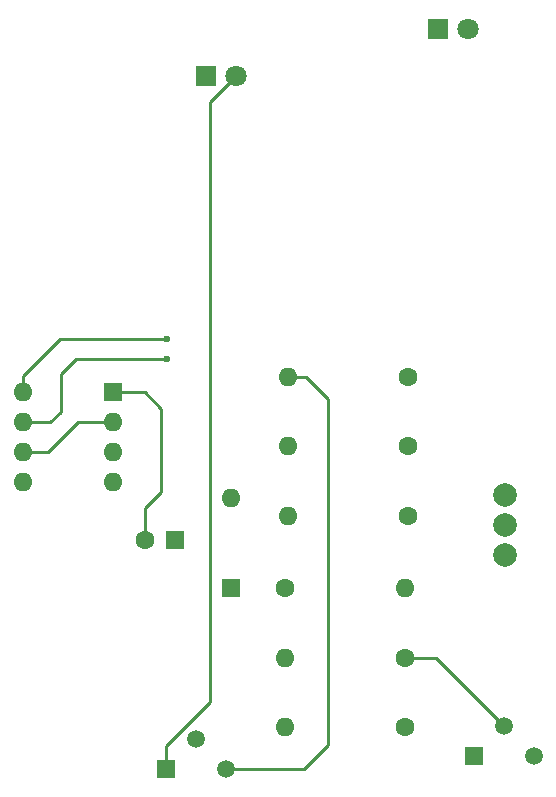
<source format=gbr>
%TF.GenerationSoftware,KiCad,Pcbnew,8.0.1*%
%TF.CreationDate,2024-04-02T10:22:41+02:00*%
%TF.ProjectId,KatzeV2,4b61747a-6556-4322-9e6b-696361645f70,rev?*%
%TF.SameCoordinates,Original*%
%TF.FileFunction,Copper,L1,Top*%
%TF.FilePolarity,Positive*%
%FSLAX46Y46*%
G04 Gerber Fmt 4.6, Leading zero omitted, Abs format (unit mm)*
G04 Created by KiCad (PCBNEW 8.0.1) date 2024-04-02 10:22:41*
%MOMM*%
%LPD*%
G01*
G04 APERTURE LIST*
%TA.AperFunction,ComponentPad*%
%ADD10R,1.800000X1.800000*%
%TD*%
%TA.AperFunction,ComponentPad*%
%ADD11C,1.800000*%
%TD*%
%TA.AperFunction,ComponentPad*%
%ADD12R,1.500000X1.500000*%
%TD*%
%TA.AperFunction,ComponentPad*%
%ADD13C,1.500000*%
%TD*%
%TA.AperFunction,ComponentPad*%
%ADD14C,1.600000*%
%TD*%
%TA.AperFunction,ComponentPad*%
%ADD15O,1.600000X1.600000*%
%TD*%
%TA.AperFunction,ComponentPad*%
%ADD16R,1.600000X1.600000*%
%TD*%
%TA.AperFunction,ComponentPad*%
%ADD17C,2.000000*%
%TD*%
%TA.AperFunction,ViaPad*%
%ADD18C,0.600000*%
%TD*%
%TA.AperFunction,Conductor*%
%ADD19C,0.250000*%
%TD*%
G04 APERTURE END LIST*
D10*
%TO.P,D2,1,K*%
%TO.N,Net-(D1-K)*%
X100425000Y-61415000D03*
D11*
%TO.P,D2,2,A*%
%TO.N,Net-(D1-A)*%
X102965000Y-61415000D03*
%TD*%
D12*
%TO.P,Q2,1,E*%
%TO.N,Net-(D1-A)*%
X77410000Y-124040000D03*
D13*
%TO.P,Q2,2,B*%
%TO.N,Net-(Q1-C)*%
X79950000Y-121500000D03*
%TO.P,Q2,3,C*%
%TO.N,Net-(Q2-C)*%
X82490000Y-124040000D03*
%TD*%
D12*
%TO.P,Q1,1,E*%
%TO.N,Net-(D1-K)*%
X103520000Y-122910000D03*
D13*
%TO.P,Q1,2,B*%
%TO.N,Net-(Q1-B)*%
X106060000Y-120370000D03*
%TO.P,Q1,3,C*%
%TO.N,Net-(Q1-C)*%
X108600000Y-122910000D03*
%TD*%
D10*
%TO.P,D1,1,K*%
%TO.N,Net-(D1-K)*%
X80825000Y-65315000D03*
D11*
%TO.P,D1,2,A*%
%TO.N,Net-(D1-A)*%
X83365000Y-65315000D03*
%TD*%
D14*
%TO.P,R6,1*%
%TO.N,Net-(S1-E)*%
X97860000Y-90815000D03*
D15*
%TO.P,R6,2*%
%TO.N,Net-(Q2-C)*%
X87700000Y-90815000D03*
%TD*%
D14*
%TO.P,R3,1*%
%TO.N,Net-(D3-K)*%
X87483760Y-108731600D03*
D15*
%TO.P,R3,2*%
%TO.N,Net-(Q1-B)*%
X97643760Y-108731600D03*
%TD*%
D16*
%TO.P,D3,1,K*%
%TO.N,Net-(D3-K)*%
X82950000Y-108665000D03*
D15*
%TO.P,D3,2,A*%
%TO.N,Net-(D3-A)*%
X82950000Y-101045000D03*
%TD*%
D17*
%TO.P,S1,1,A*%
%TO.N,Net-(S1-A-Pad1)*%
X106100000Y-100815000D03*
%TO.P,S1,2,E*%
%TO.N,Net-(S1-E)*%
X106100000Y-103355000D03*
%TO.P,S1,3,A*%
%TO.N,unconnected-(S1-A-Pad3)*%
X106100000Y-105895000D03*
%TD*%
D14*
%TO.P,R5,1*%
%TO.N,Net-(S1-E)*%
X97660000Y-120487200D03*
D15*
%TO.P,R5,2*%
%TO.N,Net-(Q1-C)*%
X87500000Y-120487200D03*
%TD*%
D14*
%TO.P,R2on2,1*%
%TO.N,Net-(D3-K)*%
X97860000Y-102570600D03*
D15*
%TO.P,R2on2,2*%
%TO.N,Net-(D3-A)*%
X87700000Y-102570600D03*
%TD*%
D14*
%TO.P,R1off1,1*%
%TO.N,Net-(S1-E)*%
X97860000Y-96692800D03*
D15*
%TO.P,R1off1,2*%
%TO.N,Net-(D3-A)*%
X87700000Y-96692800D03*
%TD*%
D14*
%TO.P,R4,1*%
%TO.N,Net-(Q1-B)*%
X97660000Y-114609400D03*
D15*
%TO.P,R4,2*%
%TO.N,Net-(D1-K)*%
X87500000Y-114609400D03*
%TD*%
D16*
%TO.P,U1,1,GND*%
%TO.N,Net-(D1-K)*%
X72900000Y-92145000D03*
D15*
%TO.P,U1,2,TR*%
%TO.N,Net-(D3-K)*%
X72900000Y-94685000D03*
%TO.P,U1,3,Q*%
%TO.N,unconnected-(U1-Q-Pad3)*%
X72900000Y-97225000D03*
%TO.P,U1,4,R*%
%TO.N,Net-(S1-E)*%
X72900000Y-99765000D03*
%TO.P,U1,5,CV*%
%TO.N,unconnected-(U1-CV-Pad5)*%
X65280000Y-99765000D03*
%TO.P,U1,6,THR*%
%TO.N,Net-(D3-K)*%
X65280000Y-97225000D03*
%TO.P,U1,7,DIS*%
%TO.N,Net-(D3-A)*%
X65280000Y-94685000D03*
%TO.P,U1,8,VCC*%
%TO.N,Net-(S1-E)*%
X65280000Y-92145000D03*
%TD*%
D16*
%TO.P,C1,1*%
%TO.N,Net-(D3-K)*%
X78150000Y-104665000D03*
D14*
%TO.P,C1,2*%
%TO.N,Net-(D1-K)*%
X75650000Y-104665000D03*
%TD*%
D18*
%TO.N,Net-(D3-A)*%
X77500000Y-89315000D03*
%TO.N,Net-(S1-E)*%
X77500000Y-87615000D03*
%TD*%
D19*
%TO.N,Net-(D3-K)*%
X67390000Y-97225000D02*
X69930000Y-94685000D01*
X65280000Y-97225000D02*
X67390000Y-97225000D01*
X69930000Y-94685000D02*
X72900000Y-94685000D01*
%TO.N,Net-(D1-K)*%
X75630000Y-92145000D02*
X72900000Y-92145000D01*
X77000000Y-93515000D02*
X75630000Y-92145000D01*
X75650000Y-104665000D02*
X75650000Y-101965000D01*
X77000000Y-100615000D02*
X77000000Y-93515000D01*
X75650000Y-101965000D02*
X77000000Y-100615000D01*
%TO.N,Net-(D1-A)*%
X83365000Y-65315000D02*
X81100000Y-67580000D01*
X81100000Y-118380000D02*
X77410000Y-122070000D01*
X81100000Y-67580000D02*
X81100000Y-118380000D01*
X77410000Y-122070000D02*
X77410000Y-124040000D01*
%TO.N,Net-(D3-A)*%
X67630000Y-94685000D02*
X65280000Y-94685000D01*
X69800000Y-89315000D02*
X68500000Y-90615000D01*
X77500000Y-89315000D02*
X69800000Y-89315000D01*
X68500000Y-90615000D02*
X68500000Y-93815000D01*
X68500000Y-93815000D02*
X67630000Y-94685000D01*
%TO.N,Net-(Q1-B)*%
X106060000Y-120370000D02*
X100299400Y-114609400D01*
X100299400Y-114609400D02*
X97660000Y-114609400D01*
%TO.N,Net-(Q2-C)*%
X91130000Y-92730000D02*
X91130000Y-121990000D01*
X91160000Y-92700000D02*
X91130000Y-92730000D01*
X89080000Y-124040000D02*
X82490000Y-124040000D01*
X89275000Y-90815000D02*
X91160000Y-92700000D01*
X87700000Y-90815000D02*
X89275000Y-90815000D01*
X91130000Y-121990000D02*
X89080000Y-124040000D01*
%TO.N,Net-(S1-E)*%
X68400000Y-87615000D02*
X65280000Y-90735000D01*
X65280000Y-90735000D02*
X65280000Y-92145000D01*
X77500000Y-87615000D02*
X68400000Y-87615000D01*
%TD*%
M02*

</source>
